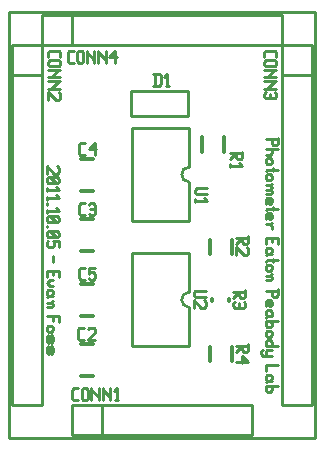
<source format=gbr>
G04 start of page 7 for group -4079 idx -4079 *
G04 Title: (unknown), topsilk *
G04 Creator: pcb 20100929 *
G04 CreationDate: Wed Oct  5 20:03:28 2011 UTC *
G04 For: user1 *
G04 Format: Gerber/RS-274X *
G04 PCB-Dimensions: 103000 143000 *
G04 PCB-Coordinate-Origin: lower left *
%MOIN*%
%FSLAX25Y25*%
%LNFRONTSILK*%
%ADD15C,0.0100*%
%ADD29C,0.0130*%
%ADD30C,0.0110*%
G54D15*X500Y142500D02*X102500D01*
Y500D01*
X500D01*
Y142500D01*
X86000Y100000D02*X90000D01*
Y100500D02*Y98500D01*
X89500Y98000D01*
X88500D02*X89500D01*
X88000Y98500D02*X88500Y98000D01*
X88000Y100000D02*Y98500D01*
X86000Y96799D02*X90000D01*
X87500D02*X88000Y96299D01*
Y95299D01*
X87500Y94799D01*
X86000D02*X87500D01*
X86500Y93598D02*X87500D01*
X88000Y93098D01*
Y92098D01*
X87500Y91598D01*
X86500D02*X87500D01*
X86000Y92098D02*X86500Y91598D01*
X86000Y93098D02*Y92098D01*
X86500Y93598D02*X86000Y93098D01*
X86500Y89897D02*X90000D01*
X86500D02*X86000Y89397D01*
X88500Y90397D02*Y89397D01*
X86500Y88396D02*X87500D01*
X88000Y87896D01*
Y86896D01*
X87500Y86396D01*
X86500D02*X87500D01*
X86000Y86896D02*X86500Y86396D01*
X86000Y87896D02*Y86896D01*
X86500Y88396D02*X86000Y87896D01*
Y84695D02*X87500D01*
X88000Y84195D01*
Y83695D01*
X87500Y83195D01*
X86000D02*X87500D01*
X88000Y82695D01*
Y82195D01*
X87500Y81695D01*
X86000D02*X87500D01*
X88000Y85195D02*X87500Y84695D01*
X86000Y79994D02*Y78494D01*
X86500Y80494D02*X86000Y79994D01*
X86500Y80494D02*X87500D01*
X88000Y79994D01*
Y78994D01*
X87500Y78494D01*
X87000Y80494D02*Y78494D01*
X87500D01*
X86500Y76793D02*X90000D01*
X86500D02*X86000Y76293D01*
X88500Y77293D02*Y76293D01*
X86000Y74792D02*Y73292D01*
X86500Y75292D02*X86000Y74792D01*
X86500Y75292D02*X87500D01*
X88000Y74792D01*
Y73792D01*
X87500Y73292D01*
X87000Y75292D02*Y73292D01*
X87500D01*
X86000Y71591D02*X87500D01*
X88000Y71091D01*
Y70091D01*
Y72091D02*X87500Y71591D01*
X88000Y67090D02*Y65590D01*
X86000Y67090D02*Y65090D01*
Y67090D02*X90000D01*
Y65090D01*
X88000Y62389D02*X87500Y61889D01*
X88000Y63389D02*Y62389D01*
X87500Y63889D02*X88000Y63389D01*
X86500Y63889D02*X87500D01*
X86500D02*X86000Y63389D01*
X86500Y61889D02*X88000D01*
X86500D02*X86000Y61389D01*
Y63389D02*Y62389D01*
X86500Y61889D01*
Y59688D02*X90000D01*
X86500D02*X86000Y59188D01*
X88500Y60188D02*Y59188D01*
X86500Y58187D02*X87500D01*
X88000Y57687D01*
Y56687D01*
X87500Y56187D01*
X86500D02*X87500D01*
X86000Y56687D02*X86500Y56187D01*
X86000Y57687D02*Y56687D01*
X86500Y58187D02*X86000Y57687D01*
Y54486D02*X87500D01*
X88000Y53986D01*
Y53486D01*
X87500Y52986D01*
X86000D02*X87500D01*
X88000Y54986D02*X87500Y54486D01*
X86000Y49485D02*X90000D01*
Y49985D02*Y47985D01*
X89500Y47485D01*
X88500D02*X89500D01*
X88000Y47985D02*X88500Y47485D01*
X88000Y49485D02*Y47985D01*
X86000Y45784D02*Y44284D01*
X86500Y46284D02*X86000Y45784D01*
X86500Y46284D02*X87500D01*
X88000Y45784D01*
Y44784D01*
X87500Y44284D01*
X87000Y46284D02*Y44284D01*
X87500D01*
X88000Y41583D02*X87500Y41083D01*
X88000Y42583D02*Y41583D01*
X87500Y43083D02*X88000Y42583D01*
X86500Y43083D02*X87500D01*
X86500D02*X86000Y42583D01*
X86500Y41083D02*X88000D01*
X86500D02*X86000Y40583D01*
Y42583D02*Y41583D01*
X86500Y41083D01*
X86000Y39382D02*X90000D01*
X86500D02*X86000Y38882D01*
Y37882D01*
X86500Y37382D01*
X87500D01*
X88000Y37882D02*X87500Y37382D01*
X88000Y38882D02*Y37882D01*
X87500Y39382D02*X88000Y38882D01*
X86500Y36181D02*X87500D01*
X88000Y35681D01*
Y34681D01*
X87500Y34181D01*
X86500D02*X87500D01*
X86000Y34681D02*X86500Y34181D01*
X86000Y35681D02*Y34681D01*
X86500Y36181D02*X86000Y35681D01*
Y30980D02*X90000D01*
X86000Y31480D02*X86500Y30980D01*
X86000Y32480D02*Y31480D01*
X86500Y32980D02*X86000Y32480D01*
X86500Y32980D02*X87500D01*
X88000Y32480D01*
Y31480D01*
X87500Y30980D01*
X86500Y29779D02*X88000D01*
X86500D02*X86000Y29279D01*
X85000Y27779D02*X88000D01*
X84500Y28279D02*X85000Y27779D01*
X84500Y29279D02*Y28279D01*
X85000Y29779D02*X84500Y29279D01*
X86000D02*Y28279D01*
X86500Y27779D01*
X86000Y24778D02*X90000D01*
X86000D02*Y22778D01*
X88000Y20077D02*X87500Y19577D01*
X88000Y21077D02*Y20077D01*
X87500Y21577D02*X88000Y21077D01*
X86500Y21577D02*X87500D01*
X86500D02*X86000Y21077D01*
X86500Y19577D02*X88000D01*
X86500D02*X86000Y19077D01*
Y21077D02*Y20077D01*
X86500Y19577D01*
X86000Y17876D02*X90000D01*
X86500D02*X86000Y17376D01*
Y16376D01*
X86500Y15876D01*
X87500D01*
X88000Y16376D02*X87500Y15876D01*
X88000Y17376D02*Y16376D01*
X87500Y17876D02*X88000Y17376D01*
X16500Y91000D02*X17000Y90500D01*
Y89000D01*
X16500Y88500D01*
X15500D02*X16500D01*
X13000Y91000D02*X15500Y88500D01*
X13000Y91000D02*Y88500D01*
X13500Y87299D02*X13000Y86799D01*
X13500Y87299D02*X16500D01*
X17000Y86799D01*
Y85799D01*
X16500Y85299D01*
X13500D02*X16500D01*
X13000Y85799D02*X13500Y85299D01*
X13000Y86799D02*Y85799D01*
X14000Y87299D02*X16000Y85299D01*
X13000Y83598D02*Y82598D01*
Y83098D02*X17000D01*
X16000Y84098D02*X17000Y83098D01*
X13000Y80897D02*Y79897D01*
Y80397D02*X17000D01*
X16000Y81397D02*X17000Y80397D01*
X13000Y78696D02*Y78196D01*
Y76495D02*Y75495D01*
Y75995D02*X17000D01*
X16000Y76995D02*X17000Y75995D01*
X13500Y74294D02*X13000Y73794D01*
X13500Y74294D02*X16500D01*
X17000Y73794D01*
Y72794D01*
X16500Y72294D01*
X13500D02*X16500D01*
X13000Y72794D02*X13500Y72294D01*
X13000Y73794D02*Y72794D01*
X14000Y74294D02*X16000Y72294D01*
X13000Y71093D02*Y70593D01*
X13500Y69392D02*X13000Y68892D01*
X13500Y69392D02*X16500D01*
X17000Y68892D01*
Y67892D01*
X16500Y67392D01*
X13500D02*X16500D01*
X13000Y67892D02*X13500Y67392D01*
X13000Y68892D02*Y67892D01*
X14000Y69392D02*X16000Y67392D01*
X17000Y66191D02*Y64191D01*
X15000Y66191D02*X17000D01*
X15000D02*X15500Y65691D01*
Y64691D01*
X15000Y64191D01*
X13500D02*X15000D01*
X13000Y64691D02*X13500Y64191D01*
X13000Y65691D02*Y64691D01*
X13500Y66191D02*X13000Y65691D01*
X15000Y61190D02*Y59190D01*
Y56189D02*Y54689D01*
X13000Y56189D02*Y54189D01*
Y56189D02*X17000D01*
Y54189D01*
X14000Y52988D02*X15000D01*
X14000D02*X13000Y51988D01*
X14000Y50988D01*
X15000D01*
Y48287D02*X14500Y47787D01*
X15000Y49287D02*Y48287D01*
X14500Y49787D02*X15000Y49287D01*
X13500Y49787D02*X14500D01*
X13500D02*X13000Y49287D01*
X13500Y47787D02*X15000D01*
X13500D02*X13000Y47287D01*
Y49287D02*Y48287D01*
X13500Y47787D01*
X13000Y45586D02*X14500D01*
X15000Y45086D01*
Y44586D01*
X14500Y44086D01*
X13000D02*X14500D01*
X15000Y46086D02*X14500Y45586D01*
X13000Y41085D02*X17000D01*
Y39085D01*
X15000Y41085D02*Y39585D01*
X13500Y37884D02*X14500D01*
X15000Y37384D01*
Y36384D01*
X14500Y35884D01*
X13500D02*X14500D01*
X13000Y36384D02*X13500Y35884D01*
X13000Y37384D02*Y36384D01*
X13500Y37884D02*X13000Y37384D01*
Y34183D02*Y32683D01*
X13500Y32183D01*
X14000Y32683D02*X13500Y32183D01*
X14000Y34183D02*Y32683D01*
X14500Y34683D02*X14000Y34183D01*
X14500Y34683D02*X15000Y34183D01*
Y32683D01*
X14500Y32183D01*
X13500Y34683D02*X13000Y34183D01*
Y30482D02*Y28982D01*
X13500Y28482D01*
X14000Y28982D02*X13500Y28482D01*
X14000Y30482D02*Y28982D01*
X14500Y30982D02*X14000Y30482D01*
X14500Y30982D02*X15000Y30482D01*
Y28982D01*
X14500Y28482D01*
X13500Y30982D02*X13000Y30482D01*
X41500Y103750D02*X60500D01*
X41500D02*Y72750D01*
X60500D01*
Y103750D02*Y90750D01*
Y85750D02*Y72750D01*
Y90750D02*G75*G03X60500Y85750I0J-2500D01*G01*
G54D29*X72240Y100621D02*Y95897D01*
X64760Y100621D02*Y95897D01*
G54D30*X60066Y116134D02*Y107866D01*
X40972D02*X60066D01*
X40972Y116134D02*Y107866D01*
Y116134D02*X60066D01*
G54D15*X11500Y131500D02*X91500D01*
Y141500D02*Y131500D01*
X11500Y141500D02*X91500D01*
X11500D02*Y131500D01*
X21500Y141500D02*Y131500D01*
X11500Y141500D02*X21500D01*
G54D29*X74740Y66362D02*Y61638D01*
X67260Y66362D02*Y61638D01*
X73755Y46893D02*Y46107D01*
X68245Y46893D02*Y46107D01*
X74740Y30862D02*Y26138D01*
X67260Y30862D02*Y26138D01*
G54D15*X41500Y62000D02*X60500D01*
X41500D02*Y31000D01*
X60500D01*
Y62000D02*Y49000D01*
Y44000D02*Y31000D01*
Y49000D02*G75*G03X60500Y44000I0J-2500D01*G01*
X91500Y131500D02*Y11500D01*
X101500D01*
Y131500D01*
X91500D01*
Y121500D02*X101500D01*
Y131500D01*
G54D29*X24532Y73314D02*X28468D01*
X24532Y62686D02*X28468D01*
G54D15*X1500Y131500D02*Y11500D01*
X11500D01*
Y131500D01*
X1500D01*
Y121500D02*X11500D01*
Y131500D01*
G54D29*X24532Y31814D02*X28468D01*
X24532Y21186D02*X28468D01*
G54D15*X21500Y1500D02*X81500D01*
Y11500D02*Y1500D01*
X21500Y11500D02*X81500D01*
X21500D02*Y1500D01*
X31500Y11500D02*Y1500D01*
X21500Y11500D02*X31500D01*
G54D29*X24532Y93314D02*X28468D01*
X24532Y82686D02*X28468D01*
X24532Y51814D02*X28468D01*
X24532Y41186D02*X28468D01*
G54D15*X63000Y83750D02*X66500D01*
X63000D02*X62500Y83250D01*
Y82250D01*
X63000Y81750D01*
X66500D01*
X62500Y80049D02*Y79049D01*
Y79549D02*X66500D01*
X65500Y80549D02*X66500Y79549D01*
X78150Y95909D02*Y93909D01*
X77650Y93409D01*
X76650D02*X77650D01*
X76150Y93909D02*X76650Y93409D01*
X76150Y95409D02*Y93909D01*
X74150Y95409D02*X78150D01*
X76150D02*X74150Y93409D01*
Y91708D02*Y90708D01*
Y91208D02*X78150D01*
X77150Y92208D02*X78150Y91208D01*
X49031Y121827D02*Y117827D01*
X50531Y121827D02*X51031Y121327D01*
Y118327D01*
X50531Y117827D02*X51031Y118327D01*
X48531Y117827D02*X50531D01*
X48531Y121827D02*X50531D01*
X52732Y117827D02*X53732D01*
X53232Y121827D02*Y117827D01*
X52232Y120827D02*X53232Y121827D01*
X85500Y129000D02*Y127500D01*
X86000Y129500D02*X85500Y129000D01*
X86000Y129500D02*X89000D01*
X89500Y129000D01*
Y127500D01*
X86000Y126299D02*X89000D01*
X89500Y125799D01*
Y124799D01*
X89000Y124299D01*
X86000D02*X89000D01*
X85500Y124799D02*X86000Y124299D01*
X85500Y125799D02*Y124799D01*
X86000Y126299D02*X85500Y125799D01*
Y123098D02*X89500D01*
X89000D02*X89500D01*
X89000D02*X86500Y120598D01*
X85500D02*X89500D01*
X85500Y119397D02*X89500D01*
X89000D02*X89500D01*
X89000D02*X86500Y116897D01*
X85500D02*X89500D01*
X89000Y115696D02*X89500Y115196D01*
Y114196D01*
X89000Y113696D01*
X86000D02*X89000D01*
X85500Y114196D02*X86000Y113696D01*
X85500Y115196D02*Y114196D01*
X86000Y115696D02*X85500Y115196D01*
X87500D02*Y113696D01*
X80150Y67693D02*Y65693D01*
X79650Y65193D01*
X78650D02*X79650D01*
X78150Y65693D02*X78650Y65193D01*
X78150Y67193D02*Y65693D01*
X76150Y67193D02*X80150D01*
X78150D02*X76150Y65193D01*
X79650Y63992D02*X80150Y63492D01*
Y61992D01*
X79650Y61492D01*
X78650D02*X79650D01*
X76150Y63992D02*X78650Y61492D01*
X76150Y63992D02*Y61492D01*
X79150Y49607D02*Y47607D01*
X78650Y47107D01*
X77650D02*X78650D01*
X77150Y47607D02*X77650Y47107D01*
X77150Y49107D02*Y47607D01*
X75150Y49107D02*X79150D01*
X77150D02*X75150Y47107D01*
X78650Y45906D02*X79150Y45406D01*
Y44406D01*
X78650Y43906D01*
X75650D02*X78650D01*
X75150Y44406D02*X75650Y43906D01*
X75150Y45406D02*Y44406D01*
X75650Y45906D02*X75150Y45406D01*
X77150D02*Y43906D01*
X80150Y31607D02*Y29607D01*
X79650Y29107D01*
X78650D02*X79650D01*
X78150Y29607D02*X78650Y29107D01*
X78150Y31107D02*Y29607D01*
X76150Y31107D02*X80150D01*
X78150D02*X76150Y29107D01*
X78150Y27906D02*X80150Y25906D01*
X78150Y27906D02*Y25406D01*
X76150Y25906D02*X80150D01*
X62500Y49500D02*X66000D01*
X62500D02*X62000Y49000D01*
Y48000D01*
X62500Y47500D01*
X66000D01*
X65500Y46299D02*X66000Y45799D01*
Y44299D01*
X65500Y43799D01*
X64500D02*X65500D01*
X62000Y46299D02*X64500Y43799D01*
X62000Y46299D02*Y43799D01*
X24350Y74650D02*X25850D01*
X23850Y75150D02*X24350Y74650D01*
X23850Y78150D02*Y75150D01*
Y78150D02*X24350Y78650D01*
X25850D01*
X27051Y78150D02*X27551Y78650D01*
X28551D01*
X29051Y78150D01*
Y75150D01*
X28551Y74650D02*X29051Y75150D01*
X27551Y74650D02*X28551D01*
X27051Y75150D02*X27551Y74650D01*
Y76650D02*X29051D01*
X23893Y33150D02*X25393D01*
X23393Y33650D02*X23893Y33150D01*
X23393Y36650D02*Y33650D01*
Y36650D02*X23893Y37150D01*
X25393D01*
X26594Y36650D02*X27094Y37150D01*
X28594D01*
X29094Y36650D01*
Y35650D01*
X26594Y33150D02*X29094Y35650D01*
X26594Y33150D02*X29094D01*
X22000Y13000D02*X23500D01*
X21500Y13500D02*X22000Y13000D01*
X21500Y16500D02*Y13500D01*
Y16500D02*X22000Y17000D01*
X23500D01*
X24701Y16500D02*Y13500D01*
Y16500D02*X25201Y17000D01*
X26201D01*
X26701Y16500D01*
Y13500D01*
X26201Y13000D02*X26701Y13500D01*
X25201Y13000D02*X26201D01*
X24701Y13500D02*X25201Y13000D01*
X27902Y17000D02*Y13000D01*
Y17000D02*Y16500D01*
X30402Y14000D01*
Y17000D02*Y13000D01*
X31603Y17000D02*Y13000D01*
Y17000D02*Y16500D01*
X34103Y14000D01*
Y17000D02*Y13000D01*
X35804D02*X36804D01*
X36304Y17000D02*Y13000D01*
X35304Y16000D02*X36304Y17000D01*
X24255Y94650D02*X25755D01*
X23755Y95150D02*X24255Y94650D01*
X23755Y98150D02*Y95150D01*
Y98150D02*X24255Y98650D01*
X25755D01*
X26956Y96650D02*X28956Y98650D01*
X26956Y96650D02*X29456D01*
X28956Y98650D02*Y94650D01*
X13500Y129000D02*Y127500D01*
X14000Y129500D02*X13500Y129000D01*
X14000Y129500D02*X17000D01*
X17500Y129000D01*
Y127500D01*
X14000Y126299D02*X17000D01*
X17500Y125799D01*
Y124799D01*
X17000Y124299D01*
X14000D02*X17000D01*
X13500Y124799D02*X14000Y124299D01*
X13500Y125799D02*Y124799D01*
X14000Y126299D02*X13500Y125799D01*
Y123098D02*X17500D01*
X17000D02*X17500D01*
X17000D02*X14500Y120598D01*
X13500D02*X17500D01*
X13500Y119397D02*X17500D01*
X17000D02*X17500D01*
X17000D02*X14500Y116897D01*
X13500D02*X17500D01*
X17000Y115696D02*X17500Y115196D01*
Y113696D01*
X17000Y113196D01*
X16000D02*X17000D01*
X13500Y115696D02*X16000Y113196D01*
X13500Y115696D02*Y113196D01*
X20500Y125500D02*X22000D01*
X20000Y126000D02*X20500Y125500D01*
X20000Y129000D02*Y126000D01*
Y129000D02*X20500Y129500D01*
X22000D01*
X23201Y129000D02*Y126000D01*
Y129000D02*X23701Y129500D01*
X24701D01*
X25201Y129000D01*
Y126000D01*
X24701Y125500D02*X25201Y126000D01*
X23701Y125500D02*X24701D01*
X23201Y126000D02*X23701Y125500D01*
X26402Y129500D02*Y125500D01*
Y129500D02*Y129000D01*
X28902Y126500D01*
Y129500D02*Y125500D01*
X30103Y129500D02*Y125500D01*
Y129500D02*Y129000D01*
X32603Y126500D01*
Y129500D02*Y125500D01*
X33804Y127500D02*X35804Y129500D01*
X33804Y127500D02*X36304D01*
X35804Y129500D02*Y125500D01*
X24350Y53150D02*X25850D01*
X23850Y53650D02*X24350Y53150D01*
X23850Y56650D02*Y53650D01*
Y56650D02*X24350Y57150D01*
X25850D01*
X27051D02*X29051D01*
X27051D02*Y55150D01*
X27551Y55650D01*
X28551D01*
X29051Y55150D01*
Y53650D01*
X28551Y53150D02*X29051Y53650D01*
X27551Y53150D02*X28551D01*
X27051Y53650D02*X27551Y53150D01*
M02*

</source>
